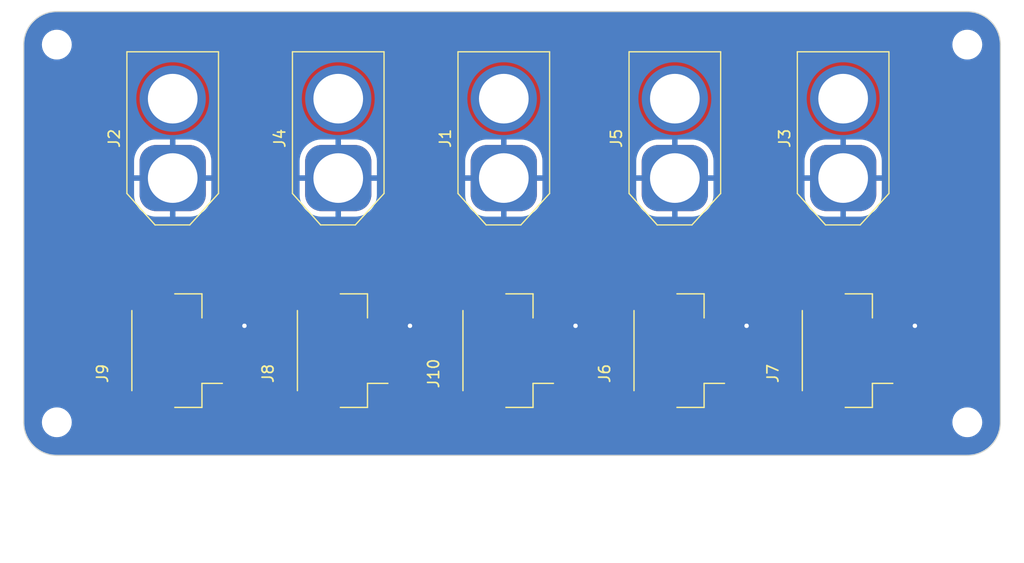
<source format=kicad_pcb>
(kicad_pcb (version 20221018) (generator pcbnew)
  (layers (0 "F.Cu" signal) (31 "B.Cu" signal) (34 "B.Paste" user) (35 "F.Paste" user) (36 "B.SilkS" user "B.Silkscreen") (37 "F.SilkS" user "F.Silkscreen") (38 "B.Mask" user) (39 "F.Mask" user) (44 "Edge.Cuts" user))
  (net 0 "")
  (net 1 "GND")
  (net 2 "VCC")
  (net 3 "/CANH")
  (net 4 "/CANL")
  (footprint "0_connectors:MOLEX_5025840460" (layer "F.Cu") (at 170.5 103 90)
    (fp_text reference "J6" (at -2.075 -6.365 90) (layer "F.SilkS"))
    (fp_text value "CAN 3 (X13) - Molex CLIK-Mate")
    (fp_line (start -5.15 2.65) (end -5.15 0.19) (stroke (width 0.127)) (layer "F.SilkS"))
    (fp_line (start -2.97 2.65) (end -5.15 2.65) (stroke (width 0.127)) (layer "F.SilkS"))
    (fp_line (start -2.97 4.5) (end -2.97 2.65) (stroke (width 0.127)) (layer "F.SilkS"))
    (fp_line (start 3.63 -3.7) (end -3.63 -3.7) (stroke (width 0.127)) (layer "F.SilkS"))
    (fp_line (start 5.15 0.19) (end 5.15 2.65) (stroke (width 0.127)) (layer "F.SilkS"))
    (fp_line (start 5.15 2.65) (end 2.97 2.65) (stroke (width 0.127)) (layer "F.SilkS"))
    (pad "1" smd rect (at -2.25 3.27 90) (size 0.8 2.4) (layers "F.Cu" "F.Paste") (net 3 "/CANH"))
    (pad "2" smd rect (at -0.75 3.27 90) (size 0.8 2.4) (layers "F.Cu" "F.Paste") (net 4 "/CANL"))
    (pad "3" smd rect (at 0.75 3.27 90) (size 0.8 2.4) (layers "F.Cu" "F.Paste") (net 1 "GND"))
    (pad "4" smd rect (at 2.25 3.27 90) (size 0.8 2.4) (layers "F.Cu" "F.Paste") (net 1 "GND"))
    (pad "MP" smd rect (at -4.85 -1.78 90) (size 1.8 3.3) (layers "F.Cu" "F.Paste"))
    (pad "MP" smd rect (at 4.85 -1.78 90) (size 1.8 3.3) (layers "F.Cu" "F.Paste"))
    (zone (net 0) (net_name "") (layer "F.Cu") (connect_pads (clearance 0)) (min_thickness 0.01)
      (keepout (tracks not_allowed) (vias not_allowed) (pads not_allowed) (copperpour not_allowed) (footprints allowed))
      (fill (thermal_gap 0.508) (thermal_bridge_width 0.508))
      (polygon (pts (xy 166.55 101.1) (xy 166.55 99.05) (xy 168.6 99.05) (xy 168.6 101.1)))
    )
    (zone (net 0) (net_name "") (layer "F.Cu") (connect_pads (clearance 0)) (min_thickness 0.01)
      (keepout (tracks not_allowed) (vias not_allowed) (pads not_allowed) (copperpour not_allowed) (footprints allowed))
      (fill (thermal_gap 0.508) (thermal_bridge_width 0.508))
      (polygon (pts (xy 166.55 103.91) (xy 166.55 102.09) (xy 169.11 102.09) (xy 169.11 103.91)))
    )
    (zone (net 0) (net_name "") (layer "F.Cu") (connect_pads (clearance 0)) (min_thickness 0.01)
      (keepout (tracks not_allowed) (vias not_allowed) (pads not_allowed) (copperpour not_allowed) (footprints allowed))
      (fill (thermal_gap 0.508) (thermal_bridge_width 0.508))
      (polygon (pts (xy 166.55 106.95) (xy 166.55 104.9) (xy 168.6 104.9) (xy 168.6 106.95)))
    )
    (zone (net 0) (net_name "") (layer "F.Cu") (connect_pads (clearance 0)) (min_thickness 0.01)
      (keepout (tracks not_allowed) (vias not_allowed) (pads not_allowed) (copperpour not_allowed) (footprints allowed))
      (fill (thermal_gap 0.508) (thermal_bridge_width 0.508))
      (polygon (pts (xy 171.42 108.55) (xy 174.02 108.55) (xy 174.02 105.65) (xy 172.57 105.65) (xy 172.57 104.85) (xy 174.02 104.85) (xy 174.02 104.15) (xy 172.57 104.15) (xy 172.57 103.35) (xy 174.02 103.35) (xy 174.02 102.65) (xy 172.57 102.65) (xy 172.57 101.85) (xy 174.02 101.85) (xy 174.02 101.15) (xy 172.57 101.15) (xy 172.57 100.35) (xy 174.02 100.35) (xy 174.02 97.45) (xy 171.42 97.45)))
    )
  )
  (footprint "Connector_AMASS:AMASS_XT60-M_1x02_P7.20mm_Vertical" (layer "F.Cu") (at 185.75 87.35 90)
    (fp_text reference "J3" (at 3.6 -5.3 90) (layer "F.SilkS"))
    (fp_text value "Power supply (X1) -XT60")
    (fp_line (start -4.25 -1.6) (end -4.25 1.55) (stroke (width 0.12)) (layer "F.SilkS"))
    (fp_line (start -4.25 1.55) (end -1.4 4.15) (stroke (width 0.12)) (layer "F.SilkS"))
    (fp_line (start -1.4 -4.15) (end -4.25 -1.6) (stroke (width 0.12)) (layer "F.SilkS"))
    (fp_line (start -1.4 4.15) (end 11.45 4.15) (stroke (width 0.12)) (layer "F.SilkS"))
    (fp_line (start 11.45 -4.15) (end -1.4 -4.15) (stroke (width 0.12)) (layer "F.SilkS"))
    (fp_line (start 11.45 4.15) (end 11.45 -4.15) (stroke (width 0.12)) (layer "F.SilkS"))
    (pad "1" thru_hole roundrect (at 0 0 90) (size 6 6) (drill 4.5) (layers "*.Cu" "*.Mask") (net 1 "GND"))
    (pad "2" thru_hole circle (at 7.2 0 90) (size 6 6) (drill 4.5) (layers "*.Cu" "*.Mask") (net 2 "VCC"))
  )
  (footprint "MountingHole:MountingHole_2.2mm_M2" (layer "F.Cu") (at 114.5 109.5)
    (fp_text reference "H2")
    (fp_text value "MountingHole")
    (pad "" np_thru_hole circle (at 0 0) (size 2.2 2.2) (drill 2.2) (layers "*.Cu" "*.Mask"))
  )
  (footprint "MountingHole:MountingHole_2.2mm_M2" (layer "F.Cu") (at 197 75.25)
    (fp_text reference "H3")
    (fp_text value "MountingHole")
    (pad "" np_thru_hole circle (at 0 0) (size 2.2 2.2) (drill 2.2) (layers "*.Cu" "*.Mask"))
  )
  (footprint "Connector_AMASS:AMASS_XT60-M_1x02_P7.20mm_Vertical" (layer "F.Cu") (at 170.5 87.35 90)
    (fp_text reference "J5" (at 3.6 -5.3 90) (layer "F.SilkS"))
    (fp_text value "Power supply (X1) -XT60")
    (fp_line (start -4.25 -1.6) (end -4.25 1.55) (stroke (width 0.12)) (layer "F.SilkS"))
    (fp_line (start -4.25 1.55) (end -1.4 4.15) (stroke (width 0.12)) (layer "F.SilkS"))
    (fp_line (start -1.4 -4.15) (end -4.25 -1.6) (stroke (width 0.12)) (layer "F.SilkS"))
    (fp_line (start -1.4 4.15) (end 11.45 4.15) (stroke (width 0.12)) (layer "F.SilkS"))
    (fp_line (start 11.45 -4.15) (end -1.4 -4.15) (stroke (width 0.12)) (layer "F.SilkS"))
    (fp_line (start 11.45 4.15) (end 11.45 -4.15) (stroke (width 0.12)) (layer "F.SilkS"))
    (pad "1" thru_hole roundrect (at 0 0 90) (size 6 6) (drill 4.5) (layers "*.Cu" "*.Mask") (net 1 "GND"))
    (pad "2" thru_hole circle (at 7.2 0 90) (size 6 6) (drill 4.5) (layers "*.Cu" "*.Mask") (net 2 "VCC"))
  )
  (footprint "Connector_AMASS:AMASS_XT60-M_1x02_P7.20mm_Vertical" (layer "F.Cu") (at 155 87.35 90)
    (fp_text reference "J1" (at 3.6 -5.3 90) (layer "F.SilkS"))
    (fp_text value "Power supply (X1) -XT60")
    (fp_line (start -4.25 -1.6) (end -4.25 1.55) (stroke (width 0.12)) (layer "F.SilkS"))
    (fp_line (start -4.25 1.55) (end -1.4 4.15) (stroke (width 0.12)) (layer "F.SilkS"))
    (fp_line (start -1.4 -4.15) (end -4.25 -1.6) (stroke (width 0.12)) (layer "F.SilkS"))
    (fp_line (start -1.4 4.15) (end 11.45 4.15) (stroke (width 0.12)) (layer "F.SilkS"))
    (fp_line (start 11.45 -4.15) (end -1.4 -4.15) (stroke (width 0.12)) (layer "F.SilkS"))
    (fp_line (start 11.45 4.15) (end 11.45 -4.15) (stroke (width 0.12)) (layer "F.SilkS"))
    (pad "1" thru_hole roundrect (at 0 0 90) (size 6 6) (drill 4.5) (layers "*.Cu" "*.Mask") (net 1 "GND"))
    (pad "2" thru_hole circle (at 7.2 0 90) (size 6 6) (drill 4.5) (layers "*.Cu" "*.Mask") (net 2 "VCC"))
  )
  (footprint "MountingHole:MountingHole_2.2mm_M2" (layer "F.Cu") (at 197 109.5)
    (fp_text reference "H4")
    (fp_text value "MountingHole")
    (pad "" np_thru_hole circle (at 0 0) (size 2.2 2.2) (drill 2.2) (layers "*.Cu" "*.Mask"))
  )
  (footprint "MountingHole:MountingHole_2.2mm_M2" (layer "F.Cu") (at 114.5 75.25)
    (fp_text reference "H1")
    (fp_text value "MountingHole")
    (pad "" np_thru_hole circle (at 0 0) (size 2.2 2.2) (drill 2.2) (layers "*.Cu" "*.Mask"))
  )
  (footprint "0_connectors:MOLEX_5025840460" (layer "F.Cu") (at 140 103 90)
    (fp_text reference "J8" (at -2.075 -6.365 90) (layer "F.SilkS"))
    (fp_text value "CAN 2 (X12) - Molex CLIK-Mate")
    (fp_line (start -5.15 2.65) (end -5.15 0.19) (stroke (width 0.127)) (layer "F.SilkS"))
    (fp_line (start -2.97 2.65) (end -5.15 2.65) (stroke (width 0.127)) (layer "F.SilkS"))
    (fp_line (start -2.97 4.5) (end -2.97 2.65) (stroke (width 0.127)) (layer "F.SilkS"))
    (fp_line (start 3.63 -3.7) (end -3.63 -3.7) (stroke (width 0.127)) (layer "F.SilkS"))
    (fp_line (start 5.15 0.19) (end 5.15 2.65) (stroke (width 0.127)) (layer "F.SilkS"))
    (fp_line (start 5.15 2.65) (end 2.97 2.65) (stroke (width 0.127)) (layer "F.SilkS"))
    (pad "1" smd rect (at -2.25 3.27 90) (size 0.8 2.4) (layers "F.Cu" "F.Paste") (net 3 "/CANH"))
    (pad "2" smd rect (at -0.75 3.27 90) (size 0.8 2.4) (layers "F.Cu" "F.Paste") (net 4 "/CANL"))
    (pad "3" smd rect (at 0.75 3.27 90) (size 0.8 2.4) (layers "F.Cu" "F.Paste") (net 1 "GND"))
    (pad "4" smd rect (at 2.25 3.27 90) (size 0.8 2.4) (layers "F.Cu" "F.Paste") (net 1 "GND"))
    (pad "MP" smd rect (at -4.85 -1.78 90) (size 1.8 3.3) (layers "F.Cu" "F.Paste"))
    (pad "MP" smd rect (at 4.85 -1.78 90) (size 1.8 3.3) (layers "F.Cu" "F.Paste"))
    (zone (net 0) (net_name "") (layer "F.Cu") (connect_pads (clearance 0)) (min_thickness 0.01)
      (keepout (tracks not_allowed) (vias not_allowed) (pads not_allowed) (copperpour not_allowed) (footprints allowed))
      (fill (thermal_gap 0.508) (thermal_bridge_width 0.508))
      (polygon (pts (xy 136.05 101.1) (xy 136.05 99.05) (xy 138.1 99.05) (xy 138.1 101.1)))
    )
    (zone (net 0) (net_name "") (layer "F.Cu") (connect_pads (clearance 0)) (min_thickness 0.01)
      (keepout (tracks not_allowed) (vias not_allowed) (pads not_allowed) (copperpour not_allowed) (footprints allowed))
      (fill (thermal_gap 0.508) (thermal_bridge_width 0.508))
      (polygon (pts (xy 136.05 103.91) (xy 136.05 102.09) (xy 138.61 102.09) (xy 138.61 103.91)))
    )
    (zone (net 0) (net_name "") (layer "F.Cu") (connect_pads (clearance 0)) (min_thickness 0.01)
      (keepout (tracks not_allowed) (vias not_allowed) (pads not_allowed) (copperpour not_allowed) (footprints allowed))
      (fill (thermal_gap 0.508) (thermal_bridge_width 0.508))
      (polygon (pts (xy 136.05 106.95) (xy 136.05 104.9) (xy 138.1 104.9) (xy 138.1 106.95)))
    )
    (zone (net 0) (net_name "") (layer "F.Cu") (connect_pads (clearance 0)) (min_thickness 0.01)
      (keepout (tracks not_allowed) (vias not_allowed) (pads not_allowed) (copperpour not_allowed) (footprints allowed))
      (fill (thermal_gap 0.508) (thermal_bridge_width 0.508))
      (polygon (pts (xy 140.92 108.55) (xy 143.52 108.55) (xy 143.52 105.65) (xy 142.07 105.65) (xy 142.07 104.85) (xy 143.52 104.85) (xy 143.52 104.15) (xy 142.07 104.15) (xy 142.07 103.35) (xy 143.52 103.35) (xy 143.52 102.65) (xy 142.07 102.65) (xy 142.07 101.85) (xy 143.52 101.85) (xy 143.52 101.15) (xy 142.07 101.15) (xy 142.07 100.35) (xy 143.52 100.35) (xy 143.52 97.45) (xy 140.92 97.45)))
    )
  )
  (footprint "0_connectors:MOLEX_5025840460" (layer "F.Cu") (at 125 103 90)
    (fp_text reference "J9" (at -2.075 -6.365 90) (layer "F.SilkS"))
    (fp_text value "CAN 4 (X14) - Molex CLIK-Mate")
    (fp_line (start -5.15 2.65) (end -5.15 0.19) (stroke (width 0.127)) (layer "F.SilkS"))
    (fp_line (start -2.97 2.65) (end -5.15 2.65) (stroke (width 0.127)) (layer "F.SilkS"))
    (fp_line (start -2.97 4.5) (end -2.97 2.65) (stroke (width 0.127)) (layer "F.SilkS"))
    (fp_line (start 3.63 -3.7) (end -3.63 -3.7) (stroke (width 0.127)) (layer "F.SilkS"))
    (fp_line (start 5.15 0.19) (end 5.15 2.65) (stroke (width 0.127)) (layer "F.SilkS"))
    (fp_line (start 5.15 2.65) (end 2.97 2.65) (stroke (width 0.127)) (layer "F.SilkS"))
    (pad "1" smd rect (at -2.25 3.27 90) (size 0.8 2.4) (layers "F.Cu" "F.Paste") (net 3 "/CANH"))
    (pad "2" smd rect (at -0.75 3.27 90) (size 0.8 2.4) (layers "F.Cu" "F.Paste") (net 4 "/CANL"))
    (pad "3" smd rect (at 0.75 3.27 90) (size 0.8 2.4) (layers "F.Cu" "F.Paste") (net 1 "GND"))
    (pad "4" smd rect (at 2.25 3.27 90) (size 0.8 2.4) (layers "F.Cu" "F.Paste") (net 1 "GND"))
    (pad "MP" smd rect (at -4.85 -1.78 90) (size 1.8 3.3) (layers "F.Cu" "F.Paste"))
    (pad "MP" smd rect (at 4.85 -1.78 90) (size 1.8 3.3) (layers "F.Cu" "F.Paste"))
    (zone (net 0) (net_name "") (layer "F.Cu") (connect_pads (clearance 0)) (min_thickness 0.01)
      (keepout (tracks not_allowed) (vias not_allowed) (pads not_allowed) (copperpour not_allowed) (footprints allowed))
      (fill (thermal_gap 0.508) (thermal_bridge_width 0.508))
      (polygon (pts (xy 121.05 101.1) (xy 121.05 99.05) (xy 123.1 99.05) (xy 123.1 101.1)))
    )
    (zone (net 0) (net_name "") (layer "F.Cu") (connect_pads (clearance 0)) (min_thickness 0.01)
      (keepout (tracks not_allowed) (vias not_allowed) (pads not_allowed) (copperpour not_allowed) (footprints allowed))
      (fill (thermal_gap 0.508) (thermal_bridge_width 0.508))
      (polygon (pts (xy 121.05 103.91) (xy 121.05 102.09) (xy 123.61 102.09) (xy 123.61 103.91)))
    )
    (zone (net 0) (net_name "") (layer "F.Cu") (connect_pads (clearance 0)) (min_thickness 0.01)
      (keepout (tracks not_allowed) (vias not_allowed) (pads not_allowed) (copperpour not_allowed) (footprints allowed))
      (fill (thermal_gap 0.508) (thermal_bridge_width 0.508))
      (polygon (pts (xy 121.05 106.95) (xy 121.05 104.9) (xy 123.1 104.9) (xy 123.1 106.95)))
    )
    (zone (net 0) (net_name "") (layer "F.Cu") (connect_pads (clearance 0)) (min_thickness 0.01)
      (keepout (tracks not_allowed) (vias not_allowed) (pads not_allowed) (copperpour not_allowed) (footprints allowed))
      (fill (thermal_gap 0.508) (thermal_bridge_width 0.508))
      (polygon (pts (xy 125.92 108.55) (xy 128.52 108.55) (xy 128.52 105.65) (xy 127.07 105.65) (xy 127.07 104.85) (xy 128.52 104.85) (xy 128.52 104.15) (xy 127.07 104.15) (xy 127.07 103.35) (xy 128.52 103.35) (xy 128.52 102.65) (xy 127.07 102.65) (xy 127.07 101.85) (xy 128.52 101.85) (xy 128.52 101.15) (xy 127.07 101.15) (xy 127.07 100.35) (xy 128.52 100.35) (xy 128.52 97.45) (xy 125.92 97.45)))
    )
  )
  (footprint "Connector_AMASS:AMASS_XT60-M_1x02_P7.20mm_Vertical" (layer "F.Cu") (at 140 87.35 90)
    (fp_text reference "J4" (at 3.6 -5.3 90) (layer "F.SilkS"))
    (fp_text value "Power supply (X1) -XT60")
    (fp_line (start -4.25 -1.6) (end -4.25 1.55) (stroke (width 0.12)) (layer "F.SilkS"))
    (fp_line (start -4.25 1.55) (end -1.4 4.15) (stroke (width 0.12)) (layer "F.SilkS"))
    (fp_line (start -1.4 -4.15) (end -4.25 -1.6) (stroke (width 0.12)) (layer "F.SilkS"))
    (fp_line (start -1.4 4.15) (end 11.45 4.15) (stroke (width 0.12)) (layer "F.SilkS"))
    (fp_line (start 11.45 -4.15) (end -1.4 -4.15) (stroke (width 0.12)) (layer "F.SilkS"))
    (fp_line (start 11.45 4.15) (end 11.45 -4.15) (stroke (width 0.12)) (layer "F.SilkS"))
    (pad "1" thru_hole roundrect (at 0 0 90) (size 6 6) (drill 4.5) (layers "*.Cu" "*.Mask") (net 1 "GND"))
    (pad "2" thru_hole circle (at 7.2 0 90) (size 6 6) (drill 4.5) (layers "*.Cu" "*.Mask") (net 2 "VCC"))
  )
  (footprint "0_connectors:MOLEX_5025840460" (layer "F.Cu") (at 155 103 90)
    (fp_text reference "J10" (at -2.075 -6.365 90) (layer "F.SilkS"))
    (fp_text value "CAN 1 (X15) - Molex CLIK-Mate")
    (fp_line (start -5.15 2.65) (end -5.15 0.19) (stroke (width 0.127)) (layer "F.SilkS"))
    (fp_line (start -2.97 2.65) (end -5.15 2.65) (stroke (width 0.127)) (layer "F.SilkS"))
    (fp_line (start -2.97 4.5) (end -2.97 2.65) (stroke (width 0.127)) (layer "F.SilkS"))
    (fp_line (start 3.63 -3.7) (end -3.63 -3.7) (stroke (width 0.127)) (layer "F.SilkS"))
    (fp_line (start 5.15 0.19) (end 5.15 2.65) (stroke (width 0.127)) (layer "F.SilkS"))
    (fp_line (start 5.15 2.65) (end 2.97 2.65) (stroke (width 0.127)) (layer "F.SilkS"))
    (pad "1" smd rect (at -2.25 3.27 90) (size 0.8 2.4) (layers "F.Cu" "F.Paste") (net 3 "/CANH"))
    (pad "2" smd rect (at -0.75 3.27 90) (size 0.8 2.4) (layers "F.Cu" "F.Paste") (net 4 "/CANL"))
    (pad "3" smd rect (at 0.75 3.27 90) (size 0.8 2.4) (layers "F.Cu" "F.Paste") (net 1 "GND"))
    (pad "4" smd rect (at 2.25 3.27 90) (size 0.8 2.4) (layers "F.Cu" "F.Paste") (net 1 "GND"))
    (pad "MP" smd rect (at -4.85 -1.78 90) (size 1.8 3.3) (layers "F.Cu" "F.Paste"))
    (pad "MP" smd rect (at 4.85 -1.78 90) (size 1.8 3.3) (layers "F.Cu" "F.Paste"))
    (zone (net 0) (net_name "") (layer "F.Cu") (connect_pads (clearance 0)) (min_thickness 0.01)
      (keepout (tracks not_allowed) (vias not_allowed) (pads not_allowed) (copperpour not_allowed) (footprints allowed))
      (fill (thermal_gap 0.508) (thermal_bridge_width 0.508))
      (polygon (pts (xy 151.05 101.1) (xy 151.05 99.05) (xy 153.1 99.05) (xy 153.1 101.1)))
    )
    (zone (net 0) (net_name "") (layer "F.Cu") (connect_pads (clearance 0)) (min_thickness 0.01)
      (keepout (tracks not_allowed) (vias not_allowed) (pads not_allowed) (copperpour not_allowed) (footprints allowed))
      (fill (thermal_gap 0.508) (thermal_bridge_width 0.508))
      (polygon (pts (xy 151.05 103.91) (xy 151.05 102.09) (xy 153.61 102.09) (xy 153.61 103.91)))
    )
    (zone (net 0) (net_name "") (layer "F.Cu") (connect_pads (clearance 0)) (min_thickness 0.01)
      (keepout (tracks not_allowed) (vias not_allowed) (pads not_allowed) (copperpour not_allowed) (footprints allowed))
      (fill (thermal_gap 0.508) (thermal_bridge_width 0.508))
      (polygon (pts (xy 151.05 106.95) (xy 151.05 104.9) (xy 153.1 104.9) (xy 153.1 106.95)))
    )
    (zone (net 0) (net_name "") (layer "F.Cu") (connect_pads (clearance 0)) (min_thickness 0.01)
      (keepout (tracks not_allowed) (vias not_allowed) (pads not_allowed) (copperpour not_allowed) (footprints allowed))
      (fill (thermal_gap 0.508) (thermal_bridge_width 0.508))
      (polygon (pts (xy 155.92 108.55) (xy 158.52 108.55) (xy 158.52 105.65) (xy 157.07 105.65) (xy 157.07 104.85) (xy 158.52 104.85) (xy 158.52 104.15) (xy 157.07 104.15) (xy 157.07 103.35) (xy 158.52 103.35) (xy 158.52 102.65) (xy 157.07 102.65) (xy 157.07 101.85) (xy 158.52 101.85) (xy 158.52 101.15) (xy 157.07 101.15) (xy 157.07 100.35) (xy 158.52 100.35) (xy 158.52 97.45) (xy 155.92 97.45)))
    )
  )
  (footprint "Connector_AMASS:AMASS_XT60-M_1x02_P7.20mm_Vertical" (layer "F.Cu") (at 125 87.35 90)
    (fp_text reference "J2" (at 3.6 -5.3 90) (layer "F.SilkS"))
    (fp_text value "Power supply (X1) -XT60")
    (fp_line (start -4.25 -1.6) (end -4.25 1.55) (stroke (width 0.12)) (layer "F.SilkS"))
    (fp_line (start -4.25 1.55) (end -1.4 4.15) (stroke (width 0.12)) (layer "F.SilkS"))
    (fp_line (start -1.4 -4.15) (end -4.25 -1.6) (stroke (width 0.12)) (layer "F.SilkS"))
    (fp_line (start -1.4 4.15) (end 11.45 4.15) (stroke (width 0.12)) (layer "F.SilkS"))
    (fp_line (start 11.45 -4.15) (end -1.4 -4.15) (stroke (width 0.12)) (layer "F.SilkS"))
    (fp_line (start 11.45 4.15) (end 11.45 -4.15) (stroke (width 0.12)) (layer "F.SilkS"))
    (pad "1" thru_hole roundrect (at 0 0 90) (size 6 6) (drill 4.5) (layers "*.Cu" "*.Mask") (net 1 "GND"))
    (pad "2" thru_hole circle (at 7.2 0 90) (size 6 6) (drill 4.5) (layers "*.Cu" "*.Mask") (net 2 "VCC"))
  )
  (footprint "0_connectors:MOLEX_5025840460" (layer "F.Cu") (at 185.75 103 90)
    (fp_text reference "J7" (at -2.075 -6.365 90) (layer "F.SilkS"))
    (fp_text value "CAN 1 (X11) - Molex CLIK-Mate")
    (fp_line (start -5.15 2.65) (end -5.15 0.19) (stroke (width 0.127)) (layer "F.SilkS"))
    (fp_line (start -2.97 2.65) (end -5.15 2.65) (stroke (width 0.127)) (layer "F.SilkS"))
    (fp_line (start -2.97 4.5) (end -2.97 2.65) (stroke (width 0.127)) (layer "F.SilkS"))
    (fp_line (start 3.63 -3.7) (end -3.63 -3.7) (stroke (width 0.127)) (layer "F.SilkS"))
    (fp_line (start 5.15 0.19) (end 5.15 2.65) (stroke (width 0.127)) (layer "F.SilkS"))
    (fp_line (start 5.15 2.65) (end 2.97 2.65) (stroke (width 0.127)) (layer "F.SilkS"))
    (pad "1" smd rect (at -2.25 3.27 90) (size 0.8 2.4) (layers "F.Cu" "F.Paste") (net 3 "/CANH"))
    (pad "2" smd rect (at -0.75 3.27 90) (size 0.8 2.4) (layers "F.Cu" "F.Paste") (net 4 "/CANL"))
    (pad "3" smd rect (at 0.75 3.27 90) (size 0.8 2.4) (layers "F.Cu" "F.Paste") (net 1 "GND"))
    (pad "4" smd rect (at 2.25 3.27 90) (size 0.8 2.4) (layers "F.Cu" "F.Paste") (net 1 "GND"))
    (pad "MP" smd rect (at -4.85 -1.78 90) (size 1.8 3.3) (layers "F.Cu" "F.Paste"))
    (pad "MP" smd rect (at 4.85 -1.78 90) (size 1.8 3.3) (layers "F.Cu" "F.Paste"))
    (zone (net 0) (net_name "") (layer "F.Cu") (connect_pads (clearance 0)) (min_thickness 0.01)
      (keepout (tracks not_allowed) (vias not_allowed) (pads not_allowed) (copperpour not_allowed) (footprints allowed))
      (fill (thermal_gap 0.508) (thermal_bridge_width 0.508))
      (polygon (pts (xy 181.8 101.1) (xy 181.8 99.05) (xy 183.85 99.05) (xy 183.85 101.1)))
    )
    (zone (net 0) (net_name "") (layer "F.Cu") (connect_pads (clearance 0)) (min_thickness 0.01)
      (keepout (tracks not_allowed) (vias not_allowed) (pads not_allowed) (copperpour not_allowed) (footprints allowed))
      (fill (thermal_gap 0.508) (thermal_bridge_width 0.508))
      (polygon (pts (xy 181.8 103.91) (xy 181.8 102.09) (xy 184.36 102.09) (xy 184.36 103.91)))
    )
    (zone (net 0) (net_name "") (layer "F.Cu") (connect_pads (clearance 0)) (min_thickness 0.01)
      (keepout (tracks not_allowed) (vias not_allowed) (pads not_allowed) (copperpour not_allowed) (footprints allowed))
      (fill (thermal_gap 0.508) (thermal_bridge_width 0.508))
      (polygon (pts (xy 181.8 106.95) (xy 181.8 104.9) (xy 183.85 104.9) (xy 183.85 106.95)))
    )
    (zone (net 0) (net_name "") (layer "F.Cu") (connect_pads (clearance 0)) (min_thickness 0.01)
      (keepout (tracks not_allowed) (vias not_allowed) (pads not_allowed) (copperpour not_allowed) (footprints allowed))
      (fill (thermal_gap 0.508) (thermal_bridge_width 0.508))
      (polygon (pts (xy 186.67 108.55) (xy 189.27 108.55) (xy 189.27 105.65) (xy 187.82 105.65) (xy 187.82 104.85) (xy 189.27 104.85) (xy 189.27 104.15) (xy 187.82 104.15) (xy 187.82 103.35) (xy 189.27 103.35) (xy 189.27 102.65) (xy 187.82 102.65) (xy 187.82 101.85) (xy 189.27 101.85) (xy 189.27 101.15) (xy 187.82 101.15) (xy 187.82 100.35) (xy 189.27 100.35) (xy 189.27 97.45) (xy 186.67 97.45)))
    )
  )
  (gr_arc (start 200 109.5) (mid 199.12132 111.62132) (end 197 112.5) (stroke (width 0.1)) (layer "Edge.Cuts"))
  (gr_arc (start 114.5 112.5) (mid 112.37868 111.62132) (end 111.5 109.5) (stroke (width 0.1)) (layer "Edge.Cuts"))
  (gr_arc (start 111.5 75.25) (mid 112.37868 73.12868) (end 114.5 72.25) (stroke (width 0.1)) (layer "Edge.Cuts"))
  (gr_line (start 200 75.25) (end 200 109.5) (stroke (width 0.1)) (layer "Edge.Cuts"))
  (gr_line (start 111.5 75.25) (end 111.5 109.5) (stroke (width 0.1)) (layer "Edge.Cuts"))
  (gr_arc (start 197 72.25) (mid 199.121321 73.128679) (end 200 75.25) (stroke (width 0.1)) (layer "Edge.Cuts"))
  (gr_line (start 197 112.5) (end 114.5 112.5) (stroke (width 0.1)) (layer "Edge.Cuts"))
  (gr_line (start 114.5 72.25) (end 197 72.25) (stroke (width 0.1)) (layer "Edge.Cuts"))
  (segment (start 143.27 102.25) (end 145 102.25) (width 0.25) (layer "F.Cu") (net 1))
  (segment (start 173.77 102.25) (end 175.5 102.25) (width 0.25) (layer "F.Cu") (net 1))
  (segment (start 158.27 102.25) (end 160 102.25) (width 0.25) (layer "F.Cu") (net 1))
  (segment (start 160 102.25) (end 161.5 100.75) (width 0.25) (layer "F.Cu") (net 1))
  (segment (start 130 102.25) (end 131.5 100.75) (width 0.25) (layer "F.Cu") (net 1))
  (segment (start 175.5 102.25) (end 177 100.75) (width 0.25) (layer "F.Cu") (net 1))
  (segment (start 161.5 100.75) (end 158.27 100.75) (width 0.25) (layer "F.Cu") (net 1))
  (segment (start 131.5 100.75) (end 128.27 100.75) (width 0.25) (layer "F.Cu") (net 1))
  (segment (start 177 100.75) (end 173.77 100.75) (width 0.25) (layer "F.Cu") (net 1))
  (segment (start 189.02 102.25) (end 190.75 102.25) (width 0.25) (layer "F.Cu") (net 1))
  (segment (start 192.25 100.75) (end 189.02 100.75) (width 0.25) (layer "F.Cu") (net 1))
  (segment (start 128.27 102.25) (end 130 102.25) (width 0.25) (layer "F.Cu") (net 1))
  (segment (start 145 102.25) (end 146.5 100.75) (width 0.25) (layer "F.Cu") (net 1))
  (segment (start 190.75 102.25) (end 192.25 100.75) (width 0.25) (layer "F.Cu") (net 1))
  (segment (start 146.5 100.75) (end 143.27 100.75) (width 0.25) (layer "F.Cu") (net 1))
  (via (at 161.5 100.75) (size 0.8) (drill 0.4) (layers "F.Cu" "B.Cu") (net 1))
  (via (at 131.5 100.75) (size 0.8) (drill 0.4) (layers "F.Cu" "B.Cu") (net 1))
  (via (at 192.25 100.75) (size 0.8) (drill 0.4) (layers "F.Cu" "B.Cu") (net 1))
  (via (at 177 100.75) (size 0.8) (drill 0.4) (layers "F.Cu" "B.Cu") (net 1))
  (via (at 146.5 100.75) (size 0.8) (drill 0.4) (layers "F.Cu" "B.Cu") (net 1))
  (segment (start 162 106.75) (end 160.5 105.25) (width 0.25) (layer "F.Cu") (net 3))
  (segment (start 147 106.75) (end 145.5 105.25) (width 0.25) (layer "F.Cu") (net 3))
  (segment (start 132.25 110) (end 191.5 110) (width 0.25) (layer "F.Cu") (net 3))
  (segment (start 191.25 105.25) (end 189.02 105.25) (width 0.25) (layer "F.Cu") (net 3))
  (segment (start 191.5 110) (end 192.75 108.75) (width 0.25) (layer "F.Cu") (net 3))
  (segment (start 192.75 106.75) (end 191.25 105.25) (width 0.25) (layer "F.Cu") (net 3))
  (segment (start 128.27 105.25) (end 130.5 105.25) (width 0.25) (layer "F.Cu") (net 3))
  (segment (start 176.25 110) (end 177.5 108.75) (width 0.25) (layer "F.Cu") (net 3))
  (segment (start 160.5 105.25) (end 158.27 105.25) (width 0.25) (layer "F.Cu") (net 3))
  (segment (start 176 105.25) (end 173.77 105.25) (width 0.25) (layer "F.Cu") (net 3))
  (segment (start 160.75 110) (end 162 108.75) (width 0.25) (layer "F.Cu") (net 3))
  (segment (start 177.5 106.75) (end 176 105.25) (width 0.25) (layer "F.Cu") (net 3))
  (segment (start 145.75 110) (end 147 108.75) (width 0.25) (layer "F.Cu") (net 3))
  (segment (start 162 108.75) (end 162 106.75) (width 0.25) (layer "F.Cu") (net 3))
  (segment (start 130.5 105.25) (end 132.25 107) (width 0.25) (layer "F.Cu") (net 3))
  (segment (start 147 108.75) (end 147 106.75) (width 0.25) (layer "F.Cu") (net 3))
  (segment (start 145.5 105.25) (end 143.27 105.25) (width 0.25) (layer "F.Cu") (net 3))
  (segment (start 177.5 108.75) (end 177.5 106.75) (width 0.25) (layer "F.Cu") (net 3))
  (segment (start 192.75 108.75) (end 192.75 106.75) (width 0.25) (layer "F.Cu") (net 3))
  (segment (start 132.25 107) (end 132.25 110) (width 0.25) (layer "F.Cu") (net 3))
  (segment (start 160.5 95.75) (end 162.5 97.75) (width 0.25) (layer "F.Cu") (net 4))
  (segment (start 192 103.75) (end 189.02 103.75) (width 0.25) (layer "F.Cu") (net 4))
  (segment (start 145.5 95.75) (end 147.5 97.75) (width 0.25) (layer "F.Cu") (net 4))
  (segment (start 193.25 97.75) (end 193.25 102.5) (width 0.25) (layer "F.Cu") (net 4))
  (segment (start 178 97.75) (end 178 102.5) (width 0.25) (layer "F.Cu") (net 4))
  (segment (start 176 95.75) (end 178 97.75) (width 0.25) (layer "F.Cu") (net 4))
  (segment (start 162.5 97.75) (end 162.5 102.5) (width 0.25) (layer "F.Cu") (net 4))
  (segment (start 146.25 103.75) (end 143.27 103.75) (width 0.25) (layer "F.Cu") (net 4))
  (segment (start 132.5 95.75) (end 191.25 95.75) (width 0.25) (layer "F.Cu") (net 4))
  (segment (start 162.5 102.5) (end 161.25 103.75) (width 0.25) (layer "F.Cu") (net 4))
  (segment (start 161.25 103.75) (end 158.27 103.75) (width 0.25) (layer "F.Cu") (net 4))
  (segment (start 193.25 102.5) (end 192 103.75) (width 0.25) (layer "F.Cu") (net 4))
  (segment (start 178 102.5) (end 176.75 103.75) (width 0.25) (layer "F.Cu") (net 4))
  (segment (start 147.5 102.5) (end 146.25 103.75) (width 0.25) (layer "F.Cu") (net 4))
  (segment (start 130.5 103.75) (end 132.5 101.75) (width 0.25) (layer "F.Cu") (net 4))
  (segment (start 128.27 103.75) (end 130.5 103.75) (width 0.25) (layer "F.Cu") (net 4))
  (segment (start 176.75 103.75) (end 173.77 103.75) (width 0.25) (layer "F.Cu") (net 4))
  (segment (start 132.5 101.75) (end 132.5 95.75) (width 0.25) (layer "F.Cu") (net 4))
  (segment (start 147.5 97.75) (end 147.5 102.5) (width 0.25) (layer "F.Cu") (net 4))
  (segment (start 191.25 95.75) (end 193.25 97.75) (width 0.25) (layer "F.Cu") (net 4))
  (zone (net 2) (net_name "VCC") (layer "F.Cu") (connect_pads yes (clearance 0.3)) (min_thickness 0.25) (fill yes (thermal_gap 0.5) (thermal_bridge_width 0.5))
    (polygon (pts (xy 120.5 75.5) (xy 190.25 75.5) (xy 190.25 83.75) (xy 120.5 83.75)))
  )
  (zone (net 1) (net_name "GND") (layer "B.Cu") (priority 1) (connect_pads (clearance 0.3)) (min_thickness 0.25) (fill yes (thermal_gap 0.5) (thermal_bridge_width 0.5))
    (polygon (pts (xy 111.5 72.25) (xy 200 72.25) (xy 200 112.5) (xy 111.5 112.5)))
  )
)
</source>
